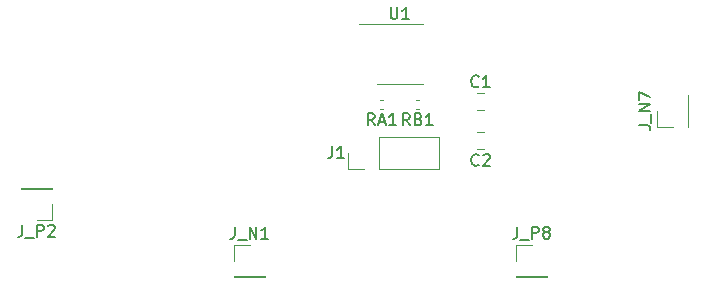
<source format=gbr>
%TF.GenerationSoftware,KiCad,Pcbnew,(6.0.8)*%
%TF.CreationDate,2022-10-18T22:13:00+02:00*%
%TF.ProjectId,test_project_1,74657374-5f70-4726-9f6a-6563745f312e,rev?*%
%TF.SameCoordinates,Original*%
%TF.FileFunction,Legend,Top*%
%TF.FilePolarity,Positive*%
%FSLAX46Y46*%
G04 Gerber Fmt 4.6, Leading zero omitted, Abs format (unit mm)*
G04 Created by KiCad (PCBNEW (6.0.8)) date 2022-10-18 22:13:00*
%MOMM*%
%LPD*%
G01*
G04 APERTURE LIST*
%ADD10C,0.150000*%
%ADD11C,0.120000*%
G04 APERTURE END LIST*
D10*
%TO.C,J_N7*%
X157904380Y-96742095D02*
X158618666Y-96742095D01*
X158761523Y-96789714D01*
X158856761Y-96884952D01*
X158904380Y-97027809D01*
X158904380Y-97123047D01*
X158999619Y-96504000D02*
X158999619Y-95742095D01*
X158904380Y-95504000D02*
X157904380Y-95504000D01*
X158904380Y-94932571D01*
X157904380Y-94932571D01*
X157904380Y-94551619D02*
X157904380Y-93884952D01*
X158904380Y-94313523D01*
%TO.C,J_N1*%
X123729904Y-105326380D02*
X123729904Y-106040666D01*
X123682285Y-106183523D01*
X123587047Y-106278761D01*
X123444190Y-106326380D01*
X123348952Y-106326380D01*
X123968000Y-106421619D02*
X124729904Y-106421619D01*
X124968000Y-106326380D02*
X124968000Y-105326380D01*
X125539428Y-106326380D01*
X125539428Y-105326380D01*
X126539428Y-106326380D02*
X125968000Y-106326380D01*
X126253714Y-106326380D02*
X126253714Y-105326380D01*
X126158476Y-105469238D01*
X126063238Y-105564476D01*
X125968000Y-105612095D01*
%TO.C,J_P2*%
X105719714Y-105160380D02*
X105719714Y-105874666D01*
X105672095Y-106017523D01*
X105576857Y-106112761D01*
X105434000Y-106160380D01*
X105338761Y-106160380D01*
X105957809Y-106255619D02*
X106719714Y-106255619D01*
X106957809Y-106160380D02*
X106957809Y-105160380D01*
X107338761Y-105160380D01*
X107434000Y-105208000D01*
X107481619Y-105255619D01*
X107529238Y-105350857D01*
X107529238Y-105493714D01*
X107481619Y-105588952D01*
X107434000Y-105636571D01*
X107338761Y-105684190D01*
X106957809Y-105684190D01*
X107910190Y-105255619D02*
X107957809Y-105208000D01*
X108053047Y-105160380D01*
X108291142Y-105160380D01*
X108386380Y-105208000D01*
X108434000Y-105255619D01*
X108481619Y-105350857D01*
X108481619Y-105446095D01*
X108434000Y-105588952D01*
X107862571Y-106160380D01*
X108481619Y-106160380D01*
%TO.C,J_P8*%
X147629714Y-105326380D02*
X147629714Y-106040666D01*
X147582095Y-106183523D01*
X147486857Y-106278761D01*
X147344000Y-106326380D01*
X147248761Y-106326380D01*
X147867809Y-106421619D02*
X148629714Y-106421619D01*
X148867809Y-106326380D02*
X148867809Y-105326380D01*
X149248761Y-105326380D01*
X149344000Y-105374000D01*
X149391619Y-105421619D01*
X149439238Y-105516857D01*
X149439238Y-105659714D01*
X149391619Y-105754952D01*
X149344000Y-105802571D01*
X149248761Y-105850190D01*
X148867809Y-105850190D01*
X150010666Y-105754952D02*
X149915428Y-105707333D01*
X149867809Y-105659714D01*
X149820190Y-105564476D01*
X149820190Y-105516857D01*
X149867809Y-105421619D01*
X149915428Y-105374000D01*
X150010666Y-105326380D01*
X150201142Y-105326380D01*
X150296380Y-105374000D01*
X150344000Y-105421619D01*
X150391619Y-105516857D01*
X150391619Y-105564476D01*
X150344000Y-105659714D01*
X150296380Y-105707333D01*
X150201142Y-105754952D01*
X150010666Y-105754952D01*
X149915428Y-105802571D01*
X149867809Y-105850190D01*
X149820190Y-105945428D01*
X149820190Y-106135904D01*
X149867809Y-106231142D01*
X149915428Y-106278761D01*
X150010666Y-106326380D01*
X150201142Y-106326380D01*
X150296380Y-106278761D01*
X150344000Y-106231142D01*
X150391619Y-106135904D01*
X150391619Y-105945428D01*
X150344000Y-105850190D01*
X150296380Y-105802571D01*
X150201142Y-105754952D01*
%TO.C,U1*%
X136906095Y-86728380D02*
X136906095Y-87537904D01*
X136953714Y-87633142D01*
X137001333Y-87680761D01*
X137096571Y-87728380D01*
X137287047Y-87728380D01*
X137382285Y-87680761D01*
X137429904Y-87633142D01*
X137477523Y-87537904D01*
X137477523Y-86728380D01*
X138477523Y-87728380D02*
X137906095Y-87728380D01*
X138191809Y-87728380D02*
X138191809Y-86728380D01*
X138096571Y-86871238D01*
X138001333Y-86966476D01*
X137906095Y-87014095D01*
%TO.C,RB1*%
X138525333Y-96718380D02*
X138192000Y-96242190D01*
X137953904Y-96718380D02*
X137953904Y-95718380D01*
X138334857Y-95718380D01*
X138430095Y-95766000D01*
X138477714Y-95813619D01*
X138525333Y-95908857D01*
X138525333Y-96051714D01*
X138477714Y-96146952D01*
X138430095Y-96194571D01*
X138334857Y-96242190D01*
X137953904Y-96242190D01*
X139287238Y-96194571D02*
X139430095Y-96242190D01*
X139477714Y-96289809D01*
X139525333Y-96385047D01*
X139525333Y-96527904D01*
X139477714Y-96623142D01*
X139430095Y-96670761D01*
X139334857Y-96718380D01*
X138953904Y-96718380D01*
X138953904Y-95718380D01*
X139287238Y-95718380D01*
X139382476Y-95766000D01*
X139430095Y-95813619D01*
X139477714Y-95908857D01*
X139477714Y-96004095D01*
X139430095Y-96099333D01*
X139382476Y-96146952D01*
X139287238Y-96194571D01*
X138953904Y-96194571D01*
X140477714Y-96718380D02*
X139906285Y-96718380D01*
X140192000Y-96718380D02*
X140192000Y-95718380D01*
X140096761Y-95861238D01*
X140001523Y-95956476D01*
X139906285Y-96004095D01*
%TO.C,RA1*%
X135548761Y-96718380D02*
X135215428Y-96242190D01*
X134977333Y-96718380D02*
X134977333Y-95718380D01*
X135358285Y-95718380D01*
X135453523Y-95766000D01*
X135501142Y-95813619D01*
X135548761Y-95908857D01*
X135548761Y-96051714D01*
X135501142Y-96146952D01*
X135453523Y-96194571D01*
X135358285Y-96242190D01*
X134977333Y-96242190D01*
X135929714Y-96432666D02*
X136405904Y-96432666D01*
X135834476Y-96718380D02*
X136167809Y-95718380D01*
X136501142Y-96718380D01*
X137358285Y-96718380D02*
X136786857Y-96718380D01*
X137072571Y-96718380D02*
X137072571Y-95718380D01*
X136977333Y-95861238D01*
X136882095Y-95956476D01*
X136786857Y-96004095D01*
%TO.C,J1*%
X131956666Y-98512380D02*
X131956666Y-99226666D01*
X131909047Y-99369523D01*
X131813809Y-99464761D01*
X131670952Y-99512380D01*
X131575714Y-99512380D01*
X132956666Y-99512380D02*
X132385238Y-99512380D01*
X132670952Y-99512380D02*
X132670952Y-98512380D01*
X132575714Y-98655238D01*
X132480476Y-98750476D01*
X132385238Y-98798095D01*
%TO.C,C2*%
X144359333Y-100081142D02*
X144311714Y-100128761D01*
X144168857Y-100176380D01*
X144073619Y-100176380D01*
X143930761Y-100128761D01*
X143835523Y-100033523D01*
X143787904Y-99938285D01*
X143740285Y-99747809D01*
X143740285Y-99604952D01*
X143787904Y-99414476D01*
X143835523Y-99319238D01*
X143930761Y-99224000D01*
X144073619Y-99176380D01*
X144168857Y-99176380D01*
X144311714Y-99224000D01*
X144359333Y-99271619D01*
X144740285Y-99271619D02*
X144787904Y-99224000D01*
X144883142Y-99176380D01*
X145121238Y-99176380D01*
X145216476Y-99224000D01*
X145264095Y-99271619D01*
X145311714Y-99366857D01*
X145311714Y-99462095D01*
X145264095Y-99604952D01*
X144692666Y-100176380D01*
X145311714Y-100176380D01*
%TO.C,C1*%
X144359333Y-93419142D02*
X144311714Y-93466761D01*
X144168857Y-93514380D01*
X144073619Y-93514380D01*
X143930761Y-93466761D01*
X143835523Y-93371523D01*
X143787904Y-93276285D01*
X143740285Y-93085809D01*
X143740285Y-92942952D01*
X143787904Y-92752476D01*
X143835523Y-92657238D01*
X143930761Y-92562000D01*
X144073619Y-92514380D01*
X144168857Y-92514380D01*
X144311714Y-92562000D01*
X144359333Y-92609619D01*
X145311714Y-93514380D02*
X144740285Y-93514380D01*
X145026000Y-93514380D02*
X145026000Y-92514380D01*
X144930761Y-92657238D01*
X144835523Y-92752476D01*
X144740285Y-92800095D01*
D11*
%TO.C,J_N7*%
X159452000Y-96834000D02*
X159452000Y-95504000D01*
X162052000Y-96834000D02*
X162052000Y-94174000D01*
X162112000Y-96834000D02*
X162112000Y-94174000D01*
X162052000Y-94174000D02*
X162112000Y-94174000D01*
X162052000Y-96834000D02*
X162112000Y-96834000D01*
X160782000Y-96834000D02*
X159452000Y-96834000D01*
%TO.C,J_N1*%
X123638000Y-106874000D02*
X124968000Y-106874000D01*
X123638000Y-109474000D02*
X126298000Y-109474000D01*
X123638000Y-109534000D02*
X126298000Y-109534000D01*
X126298000Y-109474000D02*
X126298000Y-109534000D01*
X123638000Y-109474000D02*
X123638000Y-109534000D01*
X123638000Y-108204000D02*
X123638000Y-106874000D01*
%TO.C,J_P2*%
X108264000Y-104708000D02*
X106934000Y-104708000D01*
X108264000Y-102108000D02*
X105604000Y-102108000D01*
X108264000Y-102048000D02*
X105604000Y-102048000D01*
X105604000Y-102108000D02*
X105604000Y-102048000D01*
X108264000Y-102108000D02*
X108264000Y-102048000D01*
X108264000Y-103378000D02*
X108264000Y-104708000D01*
%TO.C,J_P8*%
X147514000Y-106874000D02*
X148844000Y-106874000D01*
X147514000Y-109474000D02*
X150174000Y-109474000D01*
X147514000Y-109534000D02*
X150174000Y-109534000D01*
X150174000Y-109474000D02*
X150174000Y-109534000D01*
X147514000Y-109474000D02*
X147514000Y-109534000D01*
X147514000Y-108204000D02*
X147514000Y-106874000D01*
%TO.C,U1*%
X137668000Y-88116000D02*
X139618000Y-88116000D01*
X137668000Y-93236000D02*
X139618000Y-93236000D01*
X137668000Y-88116000D02*
X134218000Y-88116000D01*
X137668000Y-93236000D02*
X135718000Y-93236000D01*
%TO.C,RB1*%
X139038359Y-94616000D02*
X139345641Y-94616000D01*
X139038359Y-95376000D02*
X139345641Y-95376000D01*
%TO.C,RA1*%
X135990359Y-95376000D02*
X136297641Y-95376000D01*
X135990359Y-94616000D02*
X136297641Y-94616000D01*
%TO.C,J1*%
X135890000Y-100390000D02*
X135890000Y-97730000D01*
X133290000Y-100390000D02*
X133290000Y-99060000D01*
X135890000Y-97730000D02*
X141030000Y-97730000D01*
X134620000Y-100390000D02*
X133290000Y-100390000D01*
X135890000Y-100390000D02*
X141030000Y-100390000D01*
X141030000Y-100390000D02*
X141030000Y-97730000D01*
%TO.C,C2*%
X144787252Y-97309000D02*
X144264748Y-97309000D01*
X144787252Y-98779000D02*
X144264748Y-98779000D01*
%TO.C,C1*%
X144264748Y-95477000D02*
X144787252Y-95477000D01*
X144264748Y-94007000D02*
X144787252Y-94007000D01*
%TD*%
M02*

</source>
